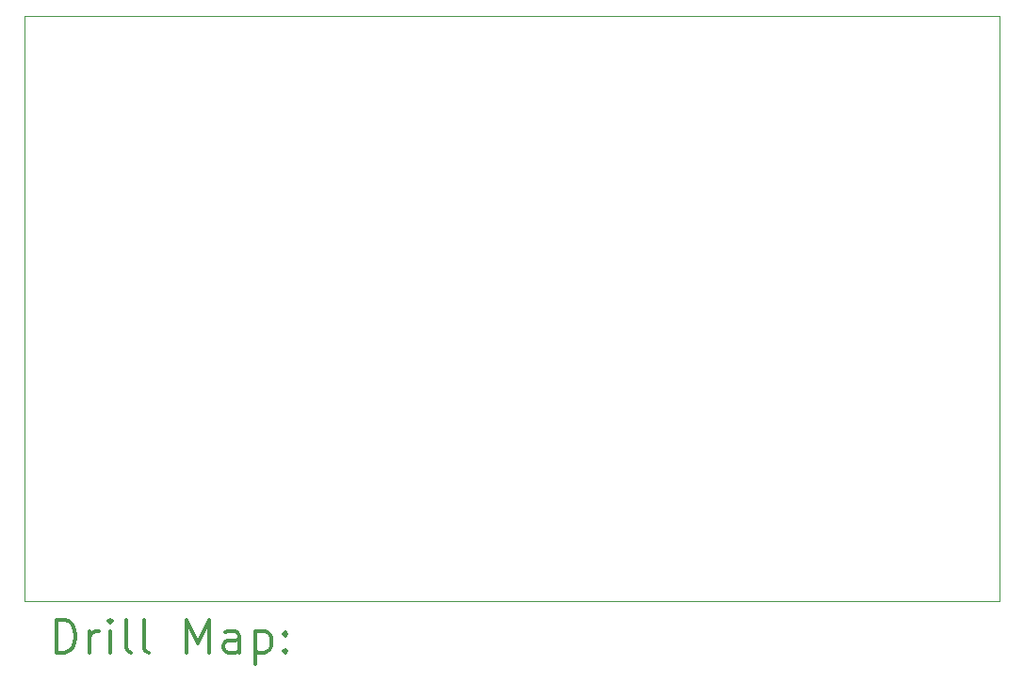
<source format=gbr>
%FSLAX45Y45*%
G04 Gerber Fmt 4.5, Leading zero omitted, Abs format (unit mm)*
G04 Created by KiCad (PCBNEW (5.1.10)-1) date 2023-01-28 17:34:13*
%MOMM*%
%LPD*%
G01*
G04 APERTURE LIST*
%TA.AperFunction,Profile*%
%ADD10C,0.050000*%
%TD*%
%ADD11C,0.200000*%
%ADD12C,0.300000*%
G04 APERTURE END LIST*
D10*
X10191750Y-6800850D02*
X10191750Y-6985000D01*
X18954750Y-6800850D02*
X10191750Y-6800850D01*
X18954750Y-6985000D02*
X18954750Y-6800850D01*
X18954750Y-6985000D02*
X18954750Y-11811000D01*
X10191750Y-12065000D02*
X10191750Y-11811000D01*
X18954750Y-11811000D02*
X18954750Y-12065000D01*
X10191750Y-11811000D02*
X10191750Y-6985000D01*
X18954750Y-12065000D02*
X10191750Y-12065000D01*
D11*
D12*
X10475678Y-12533214D02*
X10475678Y-12233214D01*
X10547107Y-12233214D01*
X10589964Y-12247500D01*
X10618536Y-12276071D01*
X10632821Y-12304643D01*
X10647107Y-12361786D01*
X10647107Y-12404643D01*
X10632821Y-12461786D01*
X10618536Y-12490357D01*
X10589964Y-12518929D01*
X10547107Y-12533214D01*
X10475678Y-12533214D01*
X10775678Y-12533214D02*
X10775678Y-12333214D01*
X10775678Y-12390357D02*
X10789964Y-12361786D01*
X10804250Y-12347500D01*
X10832821Y-12333214D01*
X10861393Y-12333214D01*
X10961393Y-12533214D02*
X10961393Y-12333214D01*
X10961393Y-12233214D02*
X10947107Y-12247500D01*
X10961393Y-12261786D01*
X10975678Y-12247500D01*
X10961393Y-12233214D01*
X10961393Y-12261786D01*
X11147107Y-12533214D02*
X11118536Y-12518929D01*
X11104250Y-12490357D01*
X11104250Y-12233214D01*
X11304250Y-12533214D02*
X11275678Y-12518929D01*
X11261393Y-12490357D01*
X11261393Y-12233214D01*
X11647107Y-12533214D02*
X11647107Y-12233214D01*
X11747107Y-12447500D01*
X11847107Y-12233214D01*
X11847107Y-12533214D01*
X12118536Y-12533214D02*
X12118536Y-12376071D01*
X12104250Y-12347500D01*
X12075678Y-12333214D01*
X12018536Y-12333214D01*
X11989964Y-12347500D01*
X12118536Y-12518929D02*
X12089964Y-12533214D01*
X12018536Y-12533214D01*
X11989964Y-12518929D01*
X11975678Y-12490357D01*
X11975678Y-12461786D01*
X11989964Y-12433214D01*
X12018536Y-12418929D01*
X12089964Y-12418929D01*
X12118536Y-12404643D01*
X12261393Y-12333214D02*
X12261393Y-12633214D01*
X12261393Y-12347500D02*
X12289964Y-12333214D01*
X12347107Y-12333214D01*
X12375678Y-12347500D01*
X12389964Y-12361786D01*
X12404250Y-12390357D01*
X12404250Y-12476071D01*
X12389964Y-12504643D01*
X12375678Y-12518929D01*
X12347107Y-12533214D01*
X12289964Y-12533214D01*
X12261393Y-12518929D01*
X12532821Y-12504643D02*
X12547107Y-12518929D01*
X12532821Y-12533214D01*
X12518536Y-12518929D01*
X12532821Y-12504643D01*
X12532821Y-12533214D01*
X12532821Y-12347500D02*
X12547107Y-12361786D01*
X12532821Y-12376071D01*
X12518536Y-12361786D01*
X12532821Y-12347500D01*
X12532821Y-12376071D01*
M02*

</source>
